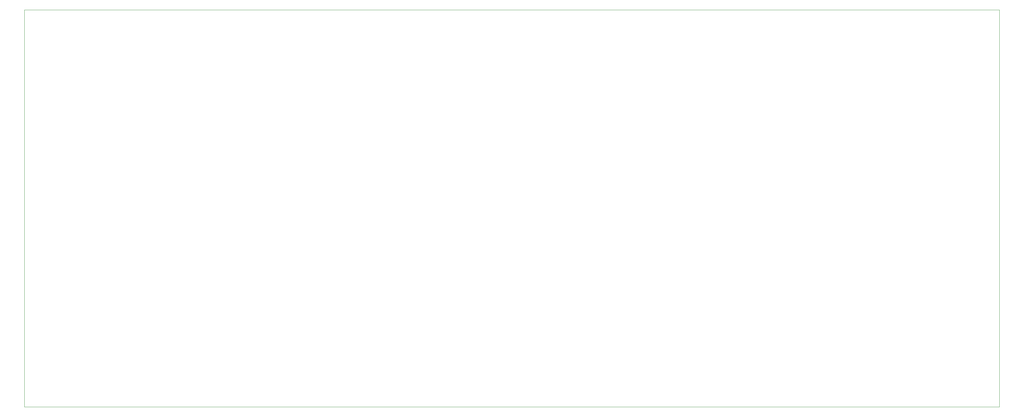
<source format=gbr>
%TF.GenerationSoftware,KiCad,Pcbnew,(5.1.12)-1*%
%TF.CreationDate,2022-01-28T10:52:39+13:00*%
%TF.ProjectId,switch_board,73776974-6368-45f6-926f-6172642e6b69,rev?*%
%TF.SameCoordinates,Original*%
%TF.FileFunction,Profile,NP*%
%FSLAX46Y46*%
G04 Gerber Fmt 4.6, Leading zero omitted, Abs format (unit mm)*
G04 Created by KiCad (PCBNEW (5.1.12)-1) date 2022-01-28 10:52:39*
%MOMM*%
%LPD*%
G01*
G04 APERTURE LIST*
%TA.AperFunction,Profile*%
%ADD10C,0.050000*%
%TD*%
G04 APERTURE END LIST*
D10*
X283210000Y-12700000D02*
X283210000Y-121920000D01*
X15240000Y-12700000D02*
X283210000Y-12700000D01*
X15240000Y-121920000D02*
X15240000Y-12700000D01*
X283210000Y-121920000D02*
X15240000Y-121920000D01*
M02*

</source>
